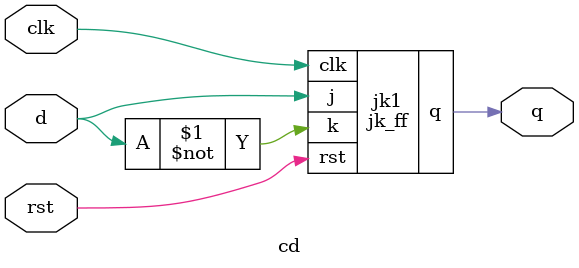
<source format=v>
module jk_ff(
input j,k,clk,rst,
output reg q);
always@(posedge clk)
begin
	if(rst)
		q<=0;
	else
		case({j,k})
			2'b00:q<=q;
			2'b01:q<=0;
			2'b10:q<=1;
			2'b11:q<=~q;
		endcase
	end
	endmodule
module cd(input d,clk,rst,
	  output q);
jk_ff jk1(.j(d),.k(~d),.clk(clk),.rst(rst),.q(q));
endmodule


</source>
